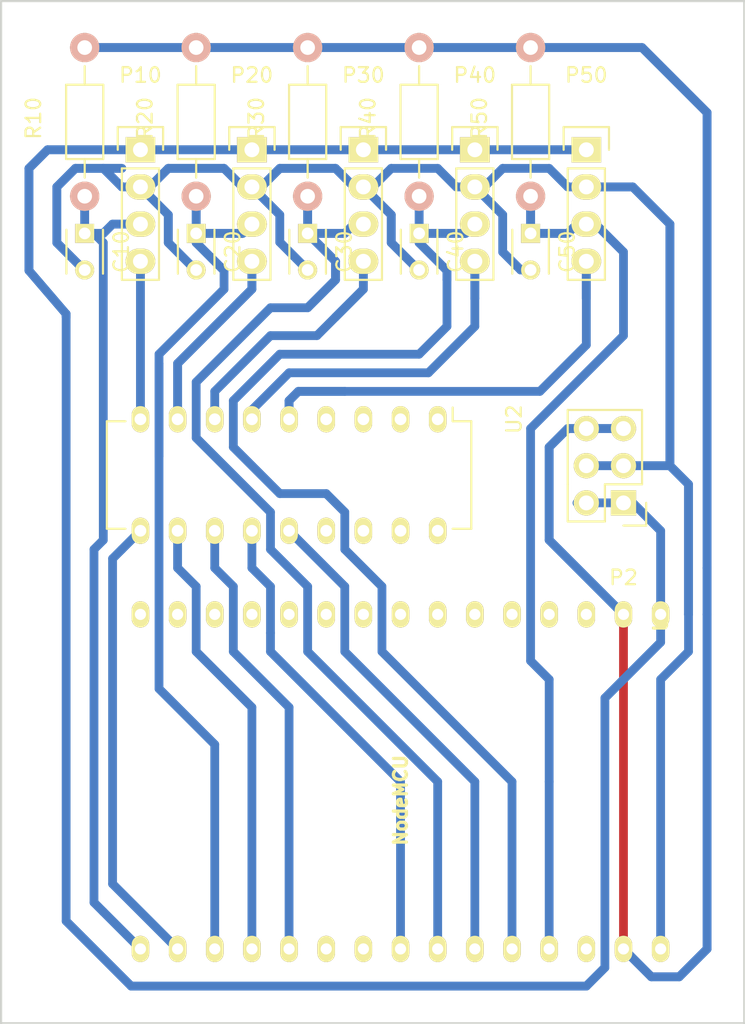
<source format=kicad_pcb>
(kicad_pcb (version 4) (host pcbnew 4.0.2-stable)

  (general
    (links 52)
    (no_connects 0)
    (area 77.394999 44.374999 128.345001 114.375001)
    (thickness 1.6)
    (drawings 4)
    (tracks 324)
    (zones 0)
    (modules 18)
    (nets 19)
  )

  (page A4)
  (layers
    (0 F.Cu signal hide)
    (31 B.Cu signal)
    (32 B.Adhes user)
    (33 F.Adhes user)
    (34 B.Paste user)
    (35 F.Paste user)
    (36 B.SilkS user)
    (37 F.SilkS user)
    (38 B.Mask user)
    (39 F.Mask user)
    (40 Dwgs.User user)
    (41 Cmts.User user)
    (42 Eco1.User user)
    (43 Eco2.User user)
    (44 Edge.Cuts user)
    (45 Margin user)
    (46 B.CrtYd user)
    (47 F.CrtYd user)
    (48 B.Fab user)
    (49 F.Fab user)
  )

  (setup
    (last_trace_width 0.6)
    (trace_clearance 0.3)
    (zone_clearance 0.508)
    (zone_45_only no)
    (trace_min 0.2)
    (segment_width 0.2)
    (edge_width 0.15)
    (via_size 0.6)
    (via_drill 0.4)
    (via_min_size 0.4)
    (via_min_drill 0.3)
    (uvia_size 0.3)
    (uvia_drill 0.1)
    (uvias_allowed no)
    (uvia_min_size 0)
    (uvia_min_drill 0)
    (pcb_text_width 0.3)
    (pcb_text_size 1.5 1.5)
    (mod_edge_width 0.15)
    (mod_text_size 1 1)
    (mod_text_width 0.15)
    (pad_size 1.524 1.524)
    (pad_drill 0.762)
    (pad_to_mask_clearance 0.2)
    (aux_axis_origin 0 0)
    (visible_elements FFFDFF7F)
    (pcbplotparams
      (layerselection 0x00030_80000001)
      (usegerberextensions false)
      (excludeedgelayer true)
      (linewidth 0.100000)
      (plotframeref false)
      (viasonmask false)
      (mode 1)
      (useauxorigin false)
      (hpglpennumber 1)
      (hpglpenspeed 20)
      (hpglpendiameter 15)
      (hpglpenoverlay 2)
      (psnegative false)
      (psa4output false)
      (plotreference true)
      (plotvalue true)
      (plotinvisibletext false)
      (padsonsilk false)
      (subtractmaskfromsilk false)
      (outputformat 1)
      (mirror false)
      (drillshape 1)
      (scaleselection 1)
      (outputdirectory ../../../../Desktop/pcb_pollzone/))
  )

  (net 0 "")
  (net 1 +3V3)
  (net 2 +5V)
  (net 3 GND)
  (net 4 /LED_1)
  (net 5 /LED_2)
  (net 6 /LED_3)
  (net 7 /LED_4)
  (net 8 /SWITCH_1)
  (net 9 /SWITCH_2)
  (net 10 /SWITCH_3)
  (net 11 /SWITCH_4)
  (net 12 /SWITCH_5)
  (net 13 /LED_5)
  (net 14 "Net-(U1-Pad17)")
  (net 15 "Net-(U1-Pad19)")
  (net 16 "Net-(U1-Pad20)")
  (net 17 "Net-(U1-Pad23)")
  (net 18 "Net-(U1-Pad25)")

  (net_class Default "This is the default net class."
    (clearance 0.3)
    (trace_width 0.6)
    (via_dia 0.6)
    (via_drill 0.4)
    (uvia_dia 0.3)
    (uvia_drill 0.1)
    (add_net +3V3)
    (add_net +5V)
    (add_net /LED_1)
    (add_net /LED_2)
    (add_net /LED_3)
    (add_net /LED_4)
    (add_net /LED_5)
    (add_net /SWITCH_1)
    (add_net /SWITCH_2)
    (add_net /SWITCH_3)
    (add_net /SWITCH_4)
    (add_net /SWITCH_5)
    (add_net GND)
    (add_net "Net-(U1-Pad17)")
    (add_net "Net-(U1-Pad19)")
    (add_net "Net-(U1-Pad20)")
    (add_net "Net-(U1-Pad23)")
    (add_net "Net-(U1-Pad25)")
  )

  (module nodemcu:ULN2803_oval_pads (layer F.Cu) (tedit 574B1B50) (tstamp 574034F9)
    (at 107.315 73.025 270)
    (descr "18-lead dip package, row spacing 7.62 mm (300 mils)")
    (tags "dil dip 2.54 300")
    (path /573FD560)
    (fp_text reference U2 (at 0 -5.22 270) (layer F.SilkS)
      (effects (font (size 1 1) (thickness 0.15)))
    )
    (fp_text value ULN2803 (at 0 -3.72 270) (layer F.Fab)
      (effects (font (size 1 1) (thickness 0.15)))
    )
    (fp_line (start -1.05 -2.45) (end -1.05 22.8) (layer F.CrtYd) (width 0.05))
    (fp_line (start 8.65 -2.45) (end 8.65 22.8) (layer F.CrtYd) (width 0.05))
    (fp_line (start -1.05 -2.45) (end 8.65 -2.45) (layer F.CrtYd) (width 0.05))
    (fp_line (start -1.05 22.8) (end 8.65 22.8) (layer F.CrtYd) (width 0.05))
    (fp_line (start 0.135 -2.295) (end 0.135 -1.025) (layer F.SilkS) (width 0.15))
    (fp_line (start 7.485 -2.295) (end 7.485 -1.025) (layer F.SilkS) (width 0.15))
    (fp_line (start 7.485 22.615) (end 7.485 21.345) (layer F.SilkS) (width 0.15))
    (fp_line (start 0.135 22.615) (end 0.135 21.345) (layer F.SilkS) (width 0.15))
    (fp_line (start 0.135 -2.295) (end 7.485 -2.295) (layer F.SilkS) (width 0.15))
    (fp_line (start 0.135 22.615) (end 7.485 22.615) (layer F.SilkS) (width 0.15))
    (fp_line (start 0.135 -1.025) (end -0.8 -1.025) (layer F.SilkS) (width 0.15))
    (pad 1 thru_hole oval (at 0 0 270) (size 1.8 1.2) (drill 0.8) (layers *.Cu *.Mask F.SilkS))
    (pad 2 thru_hole oval (at 0 2.54 270) (size 1.8 1.2) (drill 0.8) (layers *.Cu *.Mask F.SilkS))
    (pad 3 thru_hole oval (at 0 5.08 270) (size 1.8 1.2) (drill 0.8) (layers *.Cu *.Mask F.SilkS))
    (pad 4 thru_hole oval (at 0 7.62 270) (size 1.8 1.2) (drill 0.8) (layers *.Cu *.Mask F.SilkS))
    (pad 5 thru_hole oval (at 0 10.16 270) (size 1.8 1.2) (drill 0.8) (layers *.Cu *.Mask F.SilkS)
      (net 13 /LED_5))
    (pad 6 thru_hole oval (at 0 12.7 270) (size 1.8 1.2) (drill 0.8) (layers *.Cu *.Mask F.SilkS)
      (net 7 /LED_4))
    (pad 7 thru_hole oval (at 0 15.24 270) (size 1.8 1.2) (drill 0.8) (layers *.Cu *.Mask F.SilkS)
      (net 6 /LED_3))
    (pad 8 thru_hole oval (at 0 17.78 270) (size 1.8 1.2) (drill 0.8) (layers *.Cu *.Mask F.SilkS)
      (net 5 /LED_2))
    (pad 9 thru_hole oval (at 0 20.32 270) (size 1.8 1.2) (drill 0.8) (layers *.Cu *.Mask F.SilkS)
      (net 4 /LED_1))
    (pad 10 thru_hole oval (at 7.62 20.32 270) (size 1.8 1.2) (drill 0.8) (layers *.Cu *.Mask F.SilkS)
      (net 14 "Net-(U1-Pad17)"))
    (pad 11 thru_hole oval (at 7.62 17.78 270) (size 1.8 1.2) (drill 0.8) (layers *.Cu *.Mask F.SilkS)
      (net 15 "Net-(U1-Pad19)"))
    (pad 12 thru_hole oval (at 7.62 15.24 270) (size 1.8 1.2) (drill 0.8) (layers *.Cu *.Mask F.SilkS)
      (net 16 "Net-(U1-Pad20)"))
    (pad 13 thru_hole oval (at 7.62 12.7 270) (size 1.8 1.2) (drill 0.8) (layers *.Cu *.Mask F.SilkS)
      (net 17 "Net-(U1-Pad23)"))
    (pad 14 thru_hole oval (at 7.62 10.16 270) (size 1.8 1.2) (drill 0.8) (layers *.Cu *.Mask F.SilkS)
      (net 18 "Net-(U1-Pad25)"))
    (pad 15 thru_hole oval (at 7.62 7.62 270) (size 1.8 1.2) (drill 0.8) (layers *.Cu *.Mask F.SilkS))
    (pad 16 thru_hole oval (at 7.62 5.08 270) (size 1.8 1.2) (drill 0.8) (layers *.Cu *.Mask F.SilkS))
    (pad 17 thru_hole oval (at 7.62 2.54 270) (size 1.8 1.2) (drill 0.8) (layers *.Cu *.Mask F.SilkS))
    (pad 18 thru_hole oval (at 7.62 0 270) (size 1.8 1.2) (drill 0.8) (layers *.Cu *.Mask F.SilkS))
    (model Housings_DIP.3dshapes/DIP-18_W7.62mm.wrl
      (at (xyz 0 0 0))
      (scale (xyz 1 1 1))
      (rotate (xyz 0 0 0))
    )
  )

  (module nodemcu:NodeMCU_oval_pads (layer F.Cu) (tedit 574B1CB7) (tstamp 57496A94)
    (at 122.555 86.36 180)
    (path /57402C82)
    (fp_text reference U1 (at 0 -0.254 450) (layer F.SilkS)
      (effects (font (size 0.889 0.889) (thickness 0.3048)))
    )
    (fp_text value NodeMCU (at 17.78 -12.7 450) (layer F.SilkS)
      (effects (font (size 0.889 0.889) (thickness 0.3048)))
    )
    (fp_line (start 0 0) (end 0 0) (layer F.SilkS) (width 0.3048))
    (fp_line (start 0 0) (end 0 0) (layer F.SilkS) (width 0.3048))
    (fp_line (start 0 0) (end 0 0) (layer F.SilkS) (width 0.3048))
    (fp_line (start 0 0) (end 0 0) (layer F.SilkS) (width 0.3048))
    (pad 1 thru_hole oval (at 0 0) (size 1.2 1.8) (drill 0.762) (layers *.Cu *.Mask F.SilkS)
      (net 2 +5V))
    (pad 2 thru_hole oval (at 2.54 0) (size 1.2 1.8) (drill 0.762) (layers *.Cu *.Mask F.SilkS)
      (net 3 GND))
    (pad 3 thru_hole oval (at 5.08 0) (size 1.2 1.8) (drill 0.762) (layers *.Cu *.Mask F.SilkS))
    (pad 4 thru_hole oval (at 7.62 0) (size 1.2 1.8) (drill 0.762) (layers *.Cu *.Mask F.SilkS))
    (pad 5 thru_hole oval (at 10.16 0) (size 1.2 1.8) (drill 0.762) (layers *.Cu *.Mask F.SilkS))
    (pad 6 thru_hole oval (at 12.7 0) (size 1.2 1.8) (drill 0.762) (layers *.Cu *.Mask F.SilkS))
    (pad 7 thru_hole oval (at 15.24 0) (size 1.2 1.8) (drill 0.762) (layers *.Cu *.Mask F.SilkS))
    (pad 8 thru_hole oval (at 17.78 0) (size 1.2 1.8) (drill 0.762) (layers *.Cu *.Mask F.SilkS))
    (pad 9 thru_hole oval (at 20.32 0) (size 1.2 1.8) (drill 0.762) (layers *.Cu *.Mask F.SilkS))
    (pad 10 thru_hole oval (at 22.86 0) (size 1.2 1.8) (drill 0.762) (layers *.Cu *.Mask F.SilkS))
    (pad 11 thru_hole oval (at 25.4 0) (size 1.2 1.8) (drill 0.762) (layers *.Cu *.Mask F.SilkS))
    (pad 12 thru_hole oval (at 27.94 0) (size 1.2 1.8) (drill 0.762) (layers *.Cu *.Mask F.SilkS))
    (pad 13 thru_hole oval (at 30.48 0) (size 1.2 1.8) (drill 0.762) (layers *.Cu *.Mask F.SilkS))
    (pad 14 thru_hole oval (at 33.02 0) (size 1.2 1.8) (drill 0.762) (layers *.Cu *.Mask F.SilkS))
    (pad 15 thru_hole oval (at 35.56 0) (size 1.2 1.8) (drill 0.762) (layers *.Cu *.Mask F.SilkS))
    (pad 16 thru_hole oval (at 35.56 -22.86) (size 1.2 1.8) (drill 0.762) (layers *.Cu *.Mask F.SilkS)
      (net 8 /SWITCH_1))
    (pad 17 thru_hole oval (at 33.02 -22.86) (size 1.2 1.8) (drill 0.762) (layers *.Cu *.Mask F.SilkS)
      (net 14 "Net-(U1-Pad17)"))
    (pad 18 thru_hole oval (at 30.48 -22.86) (size 1.2 1.8) (drill 0.762) (layers *.Cu *.Mask F.SilkS)
      (net 9 /SWITCH_2))
    (pad 19 thru_hole oval (at 27.94 -22.86) (size 1.2 1.8) (drill 0.762) (layers *.Cu *.Mask F.SilkS)
      (net 15 "Net-(U1-Pad19)"))
    (pad 20 thru_hole oval (at 25.4 -22.86) (size 1.2 1.8) (drill 0.762) (layers *.Cu *.Mask F.SilkS)
      (net 16 "Net-(U1-Pad20)"))
    (pad 21 thru_hole oval (at 22.86 -22.86) (size 1.2 1.8) (drill 0.762) (layers *.Cu *.Mask F.SilkS))
    (pad 22 thru_hole oval (at 20.32 -22.86) (size 1.2 1.8) (drill 0.762) (layers *.Cu *.Mask F.SilkS))
    (pad 23 thru_hole oval (at 17.78 -22.86) (size 1.2 1.8) (drill 0.762) (layers *.Cu *.Mask F.SilkS)
      (net 17 "Net-(U1-Pad23)"))
    (pad 24 thru_hole oval (at 15.24 -22.86) (size 1.2 1.8) (drill 0.762) (layers *.Cu *.Mask F.SilkS)
      (net 10 /SWITCH_3))
    (pad 25 thru_hole oval (at 12.7 -22.86) (size 1.2 1.8) (drill 0.762) (layers *.Cu *.Mask F.SilkS)
      (net 18 "Net-(U1-Pad25)"))
    (pad 26 thru_hole oval (at 10.16 -22.86) (size 1.2 1.8) (drill 0.762) (layers *.Cu *.Mask F.SilkS)
      (net 11 /SWITCH_4))
    (pad 27 thru_hole oval (at 7.62 -22.86) (size 1.2 1.8) (drill 0.762) (layers *.Cu *.Mask F.SilkS)
      (net 12 /SWITCH_5))
    (pad 28 thru_hole oval (at 5.08 -22.86) (size 1.2 1.8) (drill 0.762) (layers *.Cu *.Mask F.SilkS))
    (pad 29 thru_hole oval (at 2.54 -22.86) (size 1.2 1.8) (drill 0.762) (layers *.Cu *.Mask F.SilkS)
      (net 3 GND))
    (pad 30 thru_hole oval (at 0 -22.86) (size 1.2 1.8) (drill 0.762) (layers *.Cu *.Mask F.SilkS)
      (net 1 +3V3))
  )

  (module Capacitors_ThroughHole:C_Disc_D3_P2.5 (layer F.Cu) (tedit 0) (tstamp 5740374D)
    (at 113.665 60.325 270)
    (descr "Capacitor 3mm Disc, Pitch 2.5mm")
    (tags Capacitor)
    (path /573F8896)
    (fp_text reference C50 (at 1.25 -2.5 270) (layer F.SilkS)
      (effects (font (size 1 1) (thickness 0.15)))
    )
    (fp_text value 100n (at 1.25 2.5 270) (layer F.Fab)
      (effects (font (size 1 1) (thickness 0.15)))
    )
    (fp_line (start -0.9 -1.5) (end 3.4 -1.5) (layer F.CrtYd) (width 0.05))
    (fp_line (start 3.4 -1.5) (end 3.4 1.5) (layer F.CrtYd) (width 0.05))
    (fp_line (start 3.4 1.5) (end -0.9 1.5) (layer F.CrtYd) (width 0.05))
    (fp_line (start -0.9 1.5) (end -0.9 -1.5) (layer F.CrtYd) (width 0.05))
    (fp_line (start -0.25 -1.25) (end 2.75 -1.25) (layer F.SilkS) (width 0.15))
    (fp_line (start 2.75 1.25) (end -0.25 1.25) (layer F.SilkS) (width 0.15))
    (pad 1 thru_hole rect (at 0 0 270) (size 1.3 1.3) (drill 0.8) (layers *.Cu *.Mask F.SilkS)
      (net 12 /SWITCH_5))
    (pad 2 thru_hole circle (at 2.5 0 270) (size 1.3 1.3) (drill 0.8001) (layers *.Cu *.Mask F.SilkS)
      (net 1 +3V3))
    (model Capacitors_ThroughHole.3dshapes/C_Disc_D3_P2.5.wrl
      (at (xyz 0.0492126 0 0))
      (scale (xyz 1 1 1))
      (rotate (xyz 0 0 0))
    )
  )

  (module Capacitors_ThroughHole:C_Disc_D3_P2.5 (layer F.Cu) (tedit 0) (tstamp 57403747)
    (at 106.045 60.325 270)
    (descr "Capacitor 3mm Disc, Pitch 2.5mm")
    (tags Capacitor)
    (path /573F8566)
    (fp_text reference C40 (at 1.25 -2.5 270) (layer F.SilkS)
      (effects (font (size 1 1) (thickness 0.15)))
    )
    (fp_text value 100n (at 1.25 2.5 270) (layer F.Fab)
      (effects (font (size 1 1) (thickness 0.15)))
    )
    (fp_line (start -0.9 -1.5) (end 3.4 -1.5) (layer F.CrtYd) (width 0.05))
    (fp_line (start 3.4 -1.5) (end 3.4 1.5) (layer F.CrtYd) (width 0.05))
    (fp_line (start 3.4 1.5) (end -0.9 1.5) (layer F.CrtYd) (width 0.05))
    (fp_line (start -0.9 1.5) (end -0.9 -1.5) (layer F.CrtYd) (width 0.05))
    (fp_line (start -0.25 -1.25) (end 2.75 -1.25) (layer F.SilkS) (width 0.15))
    (fp_line (start 2.75 1.25) (end -0.25 1.25) (layer F.SilkS) (width 0.15))
    (pad 1 thru_hole rect (at 0 0 270) (size 1.3 1.3) (drill 0.8) (layers *.Cu *.Mask F.SilkS)
      (net 11 /SWITCH_4))
    (pad 2 thru_hole circle (at 2.5 0 270) (size 1.3 1.3) (drill 0.8001) (layers *.Cu *.Mask F.SilkS)
      (net 1 +3V3))
    (model Capacitors_ThroughHole.3dshapes/C_Disc_D3_P2.5.wrl
      (at (xyz 0.0492126 0 0))
      (scale (xyz 1 1 1))
      (rotate (xyz 0 0 0))
    )
  )

  (module Capacitors_ThroughHole:C_Disc_D3_P2.5 (layer F.Cu) (tedit 0) (tstamp 57403741)
    (at 98.425 60.325 270)
    (descr "Capacitor 3mm Disc, Pitch 2.5mm")
    (tags Capacitor)
    (path /573F7D27)
    (fp_text reference C30 (at 1.25 -2.5 270) (layer F.SilkS)
      (effects (font (size 1 1) (thickness 0.15)))
    )
    (fp_text value 100n (at 1.25 2.5 270) (layer F.Fab)
      (effects (font (size 1 1) (thickness 0.15)))
    )
    (fp_line (start -0.9 -1.5) (end 3.4 -1.5) (layer F.CrtYd) (width 0.05))
    (fp_line (start 3.4 -1.5) (end 3.4 1.5) (layer F.CrtYd) (width 0.05))
    (fp_line (start 3.4 1.5) (end -0.9 1.5) (layer F.CrtYd) (width 0.05))
    (fp_line (start -0.9 1.5) (end -0.9 -1.5) (layer F.CrtYd) (width 0.05))
    (fp_line (start -0.25 -1.25) (end 2.75 -1.25) (layer F.SilkS) (width 0.15))
    (fp_line (start 2.75 1.25) (end -0.25 1.25) (layer F.SilkS) (width 0.15))
    (pad 1 thru_hole rect (at 0 0 270) (size 1.3 1.3) (drill 0.8) (layers *.Cu *.Mask F.SilkS)
      (net 10 /SWITCH_3))
    (pad 2 thru_hole circle (at 2.5 0 270) (size 1.3 1.3) (drill 0.8001) (layers *.Cu *.Mask F.SilkS)
      (net 1 +3V3))
    (model Capacitors_ThroughHole.3dshapes/C_Disc_D3_P2.5.wrl
      (at (xyz 0.0492126 0 0))
      (scale (xyz 1 1 1))
      (rotate (xyz 0 0 0))
    )
  )

  (module Capacitors_ThroughHole:C_Disc_D3_P2.5 (layer F.Cu) (tedit 0) (tstamp 5740373B)
    (at 90.805 60.325 270)
    (descr "Capacitor 3mm Disc, Pitch 2.5mm")
    (tags Capacitor)
    (path /573F7C70)
    (fp_text reference C20 (at 1.25 -2.5 270) (layer F.SilkS)
      (effects (font (size 1 1) (thickness 0.15)))
    )
    (fp_text value 100n (at 1.25 2.5 270) (layer F.Fab)
      (effects (font (size 1 1) (thickness 0.15)))
    )
    (fp_line (start -0.9 -1.5) (end 3.4 -1.5) (layer F.CrtYd) (width 0.05))
    (fp_line (start 3.4 -1.5) (end 3.4 1.5) (layer F.CrtYd) (width 0.05))
    (fp_line (start 3.4 1.5) (end -0.9 1.5) (layer F.CrtYd) (width 0.05))
    (fp_line (start -0.9 1.5) (end -0.9 -1.5) (layer F.CrtYd) (width 0.05))
    (fp_line (start -0.25 -1.25) (end 2.75 -1.25) (layer F.SilkS) (width 0.15))
    (fp_line (start 2.75 1.25) (end -0.25 1.25) (layer F.SilkS) (width 0.15))
    (pad 1 thru_hole rect (at 0 0 270) (size 1.3 1.3) (drill 0.8) (layers *.Cu *.Mask F.SilkS)
      (net 9 /SWITCH_2))
    (pad 2 thru_hole circle (at 2.5 0 270) (size 1.3 1.3) (drill 0.8001) (layers *.Cu *.Mask F.SilkS)
      (net 1 +3V3))
    (model Capacitors_ThroughHole.3dshapes/C_Disc_D3_P2.5.wrl
      (at (xyz 0.0492126 0 0))
      (scale (xyz 1 1 1))
      (rotate (xyz 0 0 0))
    )
  )

  (module Capacitors_ThroughHole:C_Disc_D3_P2.5 (layer F.Cu) (tedit 0) (tstamp 57403266)
    (at 83.185 60.325 270)
    (descr "Capacitor 3mm Disc, Pitch 2.5mm")
    (tags Capacitor)
    (path /565CBA55)
    (fp_text reference C10 (at 1.25 -2.5 270) (layer F.SilkS)
      (effects (font (size 1 1) (thickness 0.15)))
    )
    (fp_text value 100n (at 1.25 2.5 270) (layer F.Fab)
      (effects (font (size 1 1) (thickness 0.15)))
    )
    (fp_line (start -0.9 -1.5) (end 3.4 -1.5) (layer F.CrtYd) (width 0.05))
    (fp_line (start 3.4 -1.5) (end 3.4 1.5) (layer F.CrtYd) (width 0.05))
    (fp_line (start 3.4 1.5) (end -0.9 1.5) (layer F.CrtYd) (width 0.05))
    (fp_line (start -0.9 1.5) (end -0.9 -1.5) (layer F.CrtYd) (width 0.05))
    (fp_line (start -0.25 -1.25) (end 2.75 -1.25) (layer F.SilkS) (width 0.15))
    (fp_line (start 2.75 1.25) (end -0.25 1.25) (layer F.SilkS) (width 0.15))
    (pad 1 thru_hole rect (at 0 0 270) (size 1.3 1.3) (drill 0.8) (layers *.Cu *.Mask F.SilkS)
      (net 8 /SWITCH_1))
    (pad 2 thru_hole circle (at 2.5 0 270) (size 1.3 1.3) (drill 0.8001) (layers *.Cu *.Mask F.SilkS)
      (net 1 +3V3))
    (model Capacitors_ThroughHole.3dshapes/C_Disc_D3_P2.5.wrl
      (at (xyz 0.0492126 0 0))
      (scale (xyz 1 1 1))
      (rotate (xyz 0 0 0))
    )
  )

  (module Resistors_ThroughHole:Resistor_Horizontal_RM10mm (layer F.Cu) (tedit 53F56209) (tstamp 57403797)
    (at 113.665 52.705 90)
    (descr "Resistor, Axial,  RM 10mm, 1/3W,")
    (tags "Resistor, Axial, RM 10mm, 1/3W,")
    (path /573F8890)
    (fp_text reference R50 (at 0.24892 -3.50012 90) (layer F.SilkS)
      (effects (font (size 1 1) (thickness 0.15)))
    )
    (fp_text value 10k (at 3.81 3.81 90) (layer F.Fab)
      (effects (font (size 1 1) (thickness 0.15)))
    )
    (fp_line (start -2.54 -1.27) (end 2.54 -1.27) (layer F.SilkS) (width 0.15))
    (fp_line (start 2.54 -1.27) (end 2.54 1.27) (layer F.SilkS) (width 0.15))
    (fp_line (start 2.54 1.27) (end -2.54 1.27) (layer F.SilkS) (width 0.15))
    (fp_line (start -2.54 1.27) (end -2.54 -1.27) (layer F.SilkS) (width 0.15))
    (fp_line (start -2.54 0) (end -3.81 0) (layer F.SilkS) (width 0.15))
    (fp_line (start 2.54 0) (end 3.81 0) (layer F.SilkS) (width 0.15))
    (pad 1 thru_hole circle (at -5.08 0 90) (size 1.99898 1.99898) (drill 1.00076) (layers *.Cu *.SilkS *.Mask)
      (net 12 /SWITCH_5))
    (pad 2 thru_hole circle (at 5.08 0 90) (size 1.99898 1.99898) (drill 1.00076) (layers *.Cu *.SilkS *.Mask)
      (net 3 GND))
    (model Resistors_ThroughHole.3dshapes/Resistor_Horizontal_RM10mm.wrl
      (at (xyz 0 0 0))
      (scale (xyz 0.4 0.4 0.4))
      (rotate (xyz 0 0 0))
    )
  )

  (module Resistors_ThroughHole:Resistor_Horizontal_RM10mm (layer F.Cu) (tedit 53F56209) (tstamp 57403791)
    (at 106.045 52.705 90)
    (descr "Resistor, Axial,  RM 10mm, 1/3W,")
    (tags "Resistor, Axial, RM 10mm, 1/3W,")
    (path /573F8560)
    (fp_text reference R40 (at 0.24892 -3.50012 90) (layer F.SilkS)
      (effects (font (size 1 1) (thickness 0.15)))
    )
    (fp_text value 10k (at 3.81 3.81 90) (layer F.Fab)
      (effects (font (size 1 1) (thickness 0.15)))
    )
    (fp_line (start -2.54 -1.27) (end 2.54 -1.27) (layer F.SilkS) (width 0.15))
    (fp_line (start 2.54 -1.27) (end 2.54 1.27) (layer F.SilkS) (width 0.15))
    (fp_line (start 2.54 1.27) (end -2.54 1.27) (layer F.SilkS) (width 0.15))
    (fp_line (start -2.54 1.27) (end -2.54 -1.27) (layer F.SilkS) (width 0.15))
    (fp_line (start -2.54 0) (end -3.81 0) (layer F.SilkS) (width 0.15))
    (fp_line (start 2.54 0) (end 3.81 0) (layer F.SilkS) (width 0.15))
    (pad 1 thru_hole circle (at -5.08 0 90) (size 1.99898 1.99898) (drill 1.00076) (layers *.Cu *.SilkS *.Mask)
      (net 11 /SWITCH_4))
    (pad 2 thru_hole circle (at 5.08 0 90) (size 1.99898 1.99898) (drill 1.00076) (layers *.Cu *.SilkS *.Mask)
      (net 3 GND))
    (model Resistors_ThroughHole.3dshapes/Resistor_Horizontal_RM10mm.wrl
      (at (xyz 0 0 0))
      (scale (xyz 0.4 0.4 0.4))
      (rotate (xyz 0 0 0))
    )
  )

  (module Resistors_ThroughHole:Resistor_Horizontal_RM10mm (layer F.Cu) (tedit 53F56209) (tstamp 5740378B)
    (at 98.425 52.705 90)
    (descr "Resistor, Axial,  RM 10mm, 1/3W,")
    (tags "Resistor, Axial, RM 10mm, 1/3W,")
    (path /573F7D21)
    (fp_text reference R30 (at 0.24892 -3.50012 90) (layer F.SilkS)
      (effects (font (size 1 1) (thickness 0.15)))
    )
    (fp_text value 10k (at 3.81 3.81 90) (layer F.Fab)
      (effects (font (size 1 1) (thickness 0.15)))
    )
    (fp_line (start -2.54 -1.27) (end 2.54 -1.27) (layer F.SilkS) (width 0.15))
    (fp_line (start 2.54 -1.27) (end 2.54 1.27) (layer F.SilkS) (width 0.15))
    (fp_line (start 2.54 1.27) (end -2.54 1.27) (layer F.SilkS) (width 0.15))
    (fp_line (start -2.54 1.27) (end -2.54 -1.27) (layer F.SilkS) (width 0.15))
    (fp_line (start -2.54 0) (end -3.81 0) (layer F.SilkS) (width 0.15))
    (fp_line (start 2.54 0) (end 3.81 0) (layer F.SilkS) (width 0.15))
    (pad 1 thru_hole circle (at -5.08 0 90) (size 1.99898 1.99898) (drill 1.00076) (layers *.Cu *.SilkS *.Mask)
      (net 10 /SWITCH_3))
    (pad 2 thru_hole circle (at 5.08 0 90) (size 1.99898 1.99898) (drill 1.00076) (layers *.Cu *.SilkS *.Mask)
      (net 3 GND))
    (model Resistors_ThroughHole.3dshapes/Resistor_Horizontal_RM10mm.wrl
      (at (xyz 0 0 0))
      (scale (xyz 0.4 0.4 0.4))
      (rotate (xyz 0 0 0))
    )
  )

  (module Resistors_ThroughHole:Resistor_Horizontal_RM10mm (layer F.Cu) (tedit 53F56209) (tstamp 574032B6)
    (at 83.185 52.705 90)
    (descr "Resistor, Axial,  RM 10mm, 1/3W,")
    (tags "Resistor, Axial, RM 10mm, 1/3W,")
    (path /565CB6A0)
    (fp_text reference R10 (at 0.24892 -3.50012 90) (layer F.SilkS)
      (effects (font (size 1 1) (thickness 0.15)))
    )
    (fp_text value 10k (at 3.81 3.81 90) (layer F.Fab)
      (effects (font (size 1 1) (thickness 0.15)))
    )
    (fp_line (start -2.54 -1.27) (end 2.54 -1.27) (layer F.SilkS) (width 0.15))
    (fp_line (start 2.54 -1.27) (end 2.54 1.27) (layer F.SilkS) (width 0.15))
    (fp_line (start 2.54 1.27) (end -2.54 1.27) (layer F.SilkS) (width 0.15))
    (fp_line (start -2.54 1.27) (end -2.54 -1.27) (layer F.SilkS) (width 0.15))
    (fp_line (start -2.54 0) (end -3.81 0) (layer F.SilkS) (width 0.15))
    (fp_line (start 2.54 0) (end 3.81 0) (layer F.SilkS) (width 0.15))
    (pad 1 thru_hole circle (at -5.08 0 90) (size 1.99898 1.99898) (drill 1.00076) (layers *.Cu *.SilkS *.Mask)
      (net 8 /SWITCH_1))
    (pad 2 thru_hole circle (at 5.08 0 90) (size 1.99898 1.99898) (drill 1.00076) (layers *.Cu *.SilkS *.Mask)
      (net 3 GND))
    (model Resistors_ThroughHole.3dshapes/Resistor_Horizontal_RM10mm.wrl
      (at (xyz 0 0 0))
      (scale (xyz 0.4 0.4 0.4))
      (rotate (xyz 0 0 0))
    )
  )

  (module Resistors_ThroughHole:Resistor_Horizontal_RM10mm (layer F.Cu) (tedit 53F56209) (tstamp 57403785)
    (at 90.805 52.705 90)
    (descr "Resistor, Axial,  RM 10mm, 1/3W,")
    (tags "Resistor, Axial, RM 10mm, 1/3W,")
    (path /573F7C6A)
    (fp_text reference R20 (at 0.24892 -3.50012 90) (layer F.SilkS)
      (effects (font (size 1 1) (thickness 0.15)))
    )
    (fp_text value 10k (at 3.81 3.81 90) (layer F.Fab)
      (effects (font (size 1 1) (thickness 0.15)))
    )
    (fp_line (start -2.54 -1.27) (end 2.54 -1.27) (layer F.SilkS) (width 0.15))
    (fp_line (start 2.54 -1.27) (end 2.54 1.27) (layer F.SilkS) (width 0.15))
    (fp_line (start 2.54 1.27) (end -2.54 1.27) (layer F.SilkS) (width 0.15))
    (fp_line (start -2.54 1.27) (end -2.54 -1.27) (layer F.SilkS) (width 0.15))
    (fp_line (start -2.54 0) (end -3.81 0) (layer F.SilkS) (width 0.15))
    (fp_line (start 2.54 0) (end 3.81 0) (layer F.SilkS) (width 0.15))
    (pad 1 thru_hole circle (at -5.08 0 90) (size 1.99898 1.99898) (drill 1.00076) (layers *.Cu *.SilkS *.Mask)
      (net 9 /SWITCH_2))
    (pad 2 thru_hole circle (at 5.08 0 90) (size 1.99898 1.99898) (drill 1.00076) (layers *.Cu *.SilkS *.Mask)
      (net 3 GND))
    (model Resistors_ThroughHole.3dshapes/Resistor_Horizontal_RM10mm.wrl
      (at (xyz 0 0 0))
      (scale (xyz 0.4 0.4 0.4))
      (rotate (xyz 0 0 0))
    )
  )

  (module Pin_Headers:Pin_Header_Straight_1x04 (layer F.Cu) (tedit 0) (tstamp 5740377F)
    (at 117.475 54.61)
    (descr "Through hole pin header")
    (tags "pin header")
    (path /573F88AB)
    (fp_text reference P50 (at 0 -5.1) (layer F.SilkS)
      (effects (font (size 1 1) (thickness 0.15)))
    )
    (fp_text value CONN_01X04 (at 0 -3.1) (layer F.Fab)
      (effects (font (size 1 1) (thickness 0.15)))
    )
    (fp_line (start -1.75 -1.75) (end -1.75 9.4) (layer F.CrtYd) (width 0.05))
    (fp_line (start 1.75 -1.75) (end 1.75 9.4) (layer F.CrtYd) (width 0.05))
    (fp_line (start -1.75 -1.75) (end 1.75 -1.75) (layer F.CrtYd) (width 0.05))
    (fp_line (start -1.75 9.4) (end 1.75 9.4) (layer F.CrtYd) (width 0.05))
    (fp_line (start -1.27 1.27) (end -1.27 8.89) (layer F.SilkS) (width 0.15))
    (fp_line (start 1.27 1.27) (end 1.27 8.89) (layer F.SilkS) (width 0.15))
    (fp_line (start 1.55 -1.55) (end 1.55 0) (layer F.SilkS) (width 0.15))
    (fp_line (start -1.27 8.89) (end 1.27 8.89) (layer F.SilkS) (width 0.15))
    (fp_line (start 1.27 1.27) (end -1.27 1.27) (layer F.SilkS) (width 0.15))
    (fp_line (start -1.55 0) (end -1.55 -1.55) (layer F.SilkS) (width 0.15))
    (fp_line (start -1.55 -1.55) (end 1.55 -1.55) (layer F.SilkS) (width 0.15))
    (pad 1 thru_hole rect (at 0 0) (size 2.032 1.7272) (drill 1.016) (layers *.Cu *.Mask F.SilkS)
      (net 2 +5V))
    (pad 2 thru_hole oval (at 0 2.54) (size 2.032 1.7272) (drill 1.016) (layers *.Cu *.Mask F.SilkS)
      (net 1 +3V3))
    (pad 3 thru_hole oval (at 0 5.08) (size 2.032 1.7272) (drill 1.016) (layers *.Cu *.Mask F.SilkS)
      (net 12 /SWITCH_5))
    (pad 4 thru_hole oval (at 0 7.62) (size 2.032 1.7272) (drill 1.016) (layers *.Cu *.Mask F.SilkS)
      (net 13 /LED_5))
    (model Pin_Headers.3dshapes/Pin_Header_Straight_1x04.wrl
      (at (xyz 0 -0.15 0))
      (scale (xyz 1 1 1))
      (rotate (xyz 0 0 90))
    )
  )

  (module Pin_Headers:Pin_Header_Straight_1x04 (layer F.Cu) (tedit 0) (tstamp 57403777)
    (at 109.855 54.61)
    (descr "Through hole pin header")
    (tags "pin header")
    (path /573F857B)
    (fp_text reference P40 (at 0 -5.1) (layer F.SilkS)
      (effects (font (size 1 1) (thickness 0.15)))
    )
    (fp_text value CONN_01X04 (at 0 -3.1) (layer F.Fab)
      (effects (font (size 1 1) (thickness 0.15)))
    )
    (fp_line (start -1.75 -1.75) (end -1.75 9.4) (layer F.CrtYd) (width 0.05))
    (fp_line (start 1.75 -1.75) (end 1.75 9.4) (layer F.CrtYd) (width 0.05))
    (fp_line (start -1.75 -1.75) (end 1.75 -1.75) (layer F.CrtYd) (width 0.05))
    (fp_line (start -1.75 9.4) (end 1.75 9.4) (layer F.CrtYd) (width 0.05))
    (fp_line (start -1.27 1.27) (end -1.27 8.89) (layer F.SilkS) (width 0.15))
    (fp_line (start 1.27 1.27) (end 1.27 8.89) (layer F.SilkS) (width 0.15))
    (fp_line (start 1.55 -1.55) (end 1.55 0) (layer F.SilkS) (width 0.15))
    (fp_line (start -1.27 8.89) (end 1.27 8.89) (layer F.SilkS) (width 0.15))
    (fp_line (start 1.27 1.27) (end -1.27 1.27) (layer F.SilkS) (width 0.15))
    (fp_line (start -1.55 0) (end -1.55 -1.55) (layer F.SilkS) (width 0.15))
    (fp_line (start -1.55 -1.55) (end 1.55 -1.55) (layer F.SilkS) (width 0.15))
    (pad 1 thru_hole rect (at 0 0) (size 2.032 1.7272) (drill 1.016) (layers *.Cu *.Mask F.SilkS)
      (net 2 +5V))
    (pad 2 thru_hole oval (at 0 2.54) (size 2.032 1.7272) (drill 1.016) (layers *.Cu *.Mask F.SilkS)
      (net 1 +3V3))
    (pad 3 thru_hole oval (at 0 5.08) (size 2.032 1.7272) (drill 1.016) (layers *.Cu *.Mask F.SilkS)
      (net 11 /SWITCH_4))
    (pad 4 thru_hole oval (at 0 7.62) (size 2.032 1.7272) (drill 1.016) (layers *.Cu *.Mask F.SilkS)
      (net 7 /LED_4))
    (model Pin_Headers.3dshapes/Pin_Header_Straight_1x04.wrl
      (at (xyz 0 -0.15 0))
      (scale (xyz 1 1 1))
      (rotate (xyz 0 0 90))
    )
  )

  (module Pin_Headers:Pin_Header_Straight_1x04 (layer F.Cu) (tedit 0) (tstamp 5740376F)
    (at 102.235 54.61)
    (descr "Through hole pin header")
    (tags "pin header")
    (path /573F7D3A)
    (fp_text reference P30 (at 0 -5.1) (layer F.SilkS)
      (effects (font (size 1 1) (thickness 0.15)))
    )
    (fp_text value CONN_01X04 (at 0 -3.1) (layer F.Fab)
      (effects (font (size 1 1) (thickness 0.15)))
    )
    (fp_line (start -1.75 -1.75) (end -1.75 9.4) (layer F.CrtYd) (width 0.05))
    (fp_line (start 1.75 -1.75) (end 1.75 9.4) (layer F.CrtYd) (width 0.05))
    (fp_line (start -1.75 -1.75) (end 1.75 -1.75) (layer F.CrtYd) (width 0.05))
    (fp_line (start -1.75 9.4) (end 1.75 9.4) (layer F.CrtYd) (width 0.05))
    (fp_line (start -1.27 1.27) (end -1.27 8.89) (layer F.SilkS) (width 0.15))
    (fp_line (start 1.27 1.27) (end 1.27 8.89) (layer F.SilkS) (width 0.15))
    (fp_line (start 1.55 -1.55) (end 1.55 0) (layer F.SilkS) (width 0.15))
    (fp_line (start -1.27 8.89) (end 1.27 8.89) (layer F.SilkS) (width 0.15))
    (fp_line (start 1.27 1.27) (end -1.27 1.27) (layer F.SilkS) (width 0.15))
    (fp_line (start -1.55 0) (end -1.55 -1.55) (layer F.SilkS) (width 0.15))
    (fp_line (start -1.55 -1.55) (end 1.55 -1.55) (layer F.SilkS) (width 0.15))
    (pad 1 thru_hole rect (at 0 0) (size 2.032 1.7272) (drill 1.016) (layers *.Cu *.Mask F.SilkS)
      (net 2 +5V))
    (pad 2 thru_hole oval (at 0 2.54) (size 2.032 1.7272) (drill 1.016) (layers *.Cu *.Mask F.SilkS)
      (net 1 +3V3))
    (pad 3 thru_hole oval (at 0 5.08) (size 2.032 1.7272) (drill 1.016) (layers *.Cu *.Mask F.SilkS)
      (net 10 /SWITCH_3))
    (pad 4 thru_hole oval (at 0 7.62) (size 2.032 1.7272) (drill 1.016) (layers *.Cu *.Mask F.SilkS)
      (net 6 /LED_3))
    (model Pin_Headers.3dshapes/Pin_Header_Straight_1x04.wrl
      (at (xyz 0 -0.15 0))
      (scale (xyz 1 1 1))
      (rotate (xyz 0 0 90))
    )
  )

  (module Pin_Headers:Pin_Header_Straight_1x04 (layer F.Cu) (tedit 0) (tstamp 57403767)
    (at 94.615 54.61)
    (descr "Through hole pin header")
    (tags "pin header")
    (path /573F7C83)
    (fp_text reference P20 (at 0 -5.1) (layer F.SilkS)
      (effects (font (size 1 1) (thickness 0.15)))
    )
    (fp_text value CONN_01X04 (at 0 -3.1) (layer F.Fab)
      (effects (font (size 1 1) (thickness 0.15)))
    )
    (fp_line (start -1.75 -1.75) (end -1.75 9.4) (layer F.CrtYd) (width 0.05))
    (fp_line (start 1.75 -1.75) (end 1.75 9.4) (layer F.CrtYd) (width 0.05))
    (fp_line (start -1.75 -1.75) (end 1.75 -1.75) (layer F.CrtYd) (width 0.05))
    (fp_line (start -1.75 9.4) (end 1.75 9.4) (layer F.CrtYd) (width 0.05))
    (fp_line (start -1.27 1.27) (end -1.27 8.89) (layer F.SilkS) (width 0.15))
    (fp_line (start 1.27 1.27) (end 1.27 8.89) (layer F.SilkS) (width 0.15))
    (fp_line (start 1.55 -1.55) (end 1.55 0) (layer F.SilkS) (width 0.15))
    (fp_line (start -1.27 8.89) (end 1.27 8.89) (layer F.SilkS) (width 0.15))
    (fp_line (start 1.27 1.27) (end -1.27 1.27) (layer F.SilkS) (width 0.15))
    (fp_line (start -1.55 0) (end -1.55 -1.55) (layer F.SilkS) (width 0.15))
    (fp_line (start -1.55 -1.55) (end 1.55 -1.55) (layer F.SilkS) (width 0.15))
    (pad 1 thru_hole rect (at 0 0) (size 2.032 1.7272) (drill 1.016) (layers *.Cu *.Mask F.SilkS)
      (net 2 +5V))
    (pad 2 thru_hole oval (at 0 2.54) (size 2.032 1.7272) (drill 1.016) (layers *.Cu *.Mask F.SilkS)
      (net 1 +3V3))
    (pad 3 thru_hole oval (at 0 5.08) (size 2.032 1.7272) (drill 1.016) (layers *.Cu *.Mask F.SilkS)
      (net 9 /SWITCH_2))
    (pad 4 thru_hole oval (at 0 7.62) (size 2.032 1.7272) (drill 1.016) (layers *.Cu *.Mask F.SilkS)
      (net 5 /LED_2))
    (model Pin_Headers.3dshapes/Pin_Header_Straight_1x04.wrl
      (at (xyz 0 -0.15 0))
      (scale (xyz 1 1 1))
      (rotate (xyz 0 0 90))
    )
  )

  (module Pin_Headers:Pin_Header_Straight_1x04 (layer F.Cu) (tedit 0) (tstamp 5740375F)
    (at 86.995 54.61)
    (descr "Through hole pin header")
    (tags "pin header")
    (path /573F6CAE)
    (fp_text reference P10 (at 0 -5.1) (layer F.SilkS)
      (effects (font (size 1 1) (thickness 0.15)))
    )
    (fp_text value CONN_01X04 (at 0 -3.1) (layer F.Fab)
      (effects (font (size 1 1) (thickness 0.15)))
    )
    (fp_line (start -1.75 -1.75) (end -1.75 9.4) (layer F.CrtYd) (width 0.05))
    (fp_line (start 1.75 -1.75) (end 1.75 9.4) (layer F.CrtYd) (width 0.05))
    (fp_line (start -1.75 -1.75) (end 1.75 -1.75) (layer F.CrtYd) (width 0.05))
    (fp_line (start -1.75 9.4) (end 1.75 9.4) (layer F.CrtYd) (width 0.05))
    (fp_line (start -1.27 1.27) (end -1.27 8.89) (layer F.SilkS) (width 0.15))
    (fp_line (start 1.27 1.27) (end 1.27 8.89) (layer F.SilkS) (width 0.15))
    (fp_line (start 1.55 -1.55) (end 1.55 0) (layer F.SilkS) (width 0.15))
    (fp_line (start -1.27 8.89) (end 1.27 8.89) (layer F.SilkS) (width 0.15))
    (fp_line (start 1.27 1.27) (end -1.27 1.27) (layer F.SilkS) (width 0.15))
    (fp_line (start -1.55 0) (end -1.55 -1.55) (layer F.SilkS) (width 0.15))
    (fp_line (start -1.55 -1.55) (end 1.55 -1.55) (layer F.SilkS) (width 0.15))
    (pad 1 thru_hole rect (at 0 0) (size 2.032 1.7272) (drill 1.016) (layers *.Cu *.Mask F.SilkS)
      (net 2 +5V))
    (pad 2 thru_hole oval (at 0 2.54) (size 2.032 1.7272) (drill 1.016) (layers *.Cu *.Mask F.SilkS)
      (net 1 +3V3))
    (pad 3 thru_hole oval (at 0 5.08) (size 2.032 1.7272) (drill 1.016) (layers *.Cu *.Mask F.SilkS)
      (net 8 /SWITCH_1))
    (pad 4 thru_hole oval (at 0 7.62) (size 2.032 1.7272) (drill 1.016) (layers *.Cu *.Mask F.SilkS)
      (net 4 /LED_1))
    (model Pin_Headers.3dshapes/Pin_Header_Straight_1x04.wrl
      (at (xyz 0 -0.15 0))
      (scale (xyz 1 1 1))
      (rotate (xyz 0 0 90))
    )
  )

  (module Pin_Headers:Pin_Header_Straight_2x03 (layer F.Cu) (tedit 54EA0A4B) (tstamp 57403757)
    (at 120.015 78.74 180)
    (descr "Through hole pin header")
    (tags "pin header")
    (path /56A492E2)
    (fp_text reference P2 (at 0 -5.1 180) (layer F.SilkS)
      (effects (font (size 1 1) (thickness 0.15)))
    )
    (fp_text value CONN_02X03 (at 0 -3.1 180) (layer F.Fab)
      (effects (font (size 1 1) (thickness 0.15)))
    )
    (fp_line (start -1.27 1.27) (end -1.27 6.35) (layer F.SilkS) (width 0.15))
    (fp_line (start -1.55 -1.55) (end 0 -1.55) (layer F.SilkS) (width 0.15))
    (fp_line (start -1.75 -1.75) (end -1.75 6.85) (layer F.CrtYd) (width 0.05))
    (fp_line (start 4.3 -1.75) (end 4.3 6.85) (layer F.CrtYd) (width 0.05))
    (fp_line (start -1.75 -1.75) (end 4.3 -1.75) (layer F.CrtYd) (width 0.05))
    (fp_line (start -1.75 6.85) (end 4.3 6.85) (layer F.CrtYd) (width 0.05))
    (fp_line (start 1.27 -1.27) (end 1.27 1.27) (layer F.SilkS) (width 0.15))
    (fp_line (start 1.27 1.27) (end -1.27 1.27) (layer F.SilkS) (width 0.15))
    (fp_line (start -1.27 6.35) (end 3.81 6.35) (layer F.SilkS) (width 0.15))
    (fp_line (start 3.81 6.35) (end 3.81 1.27) (layer F.SilkS) (width 0.15))
    (fp_line (start -1.55 -1.55) (end -1.55 0) (layer F.SilkS) (width 0.15))
    (fp_line (start 3.81 -1.27) (end 1.27 -1.27) (layer F.SilkS) (width 0.15))
    (fp_line (start 3.81 1.27) (end 3.81 -1.27) (layer F.SilkS) (width 0.15))
    (pad 1 thru_hole rect (at 0 0 180) (size 1.7272 1.7272) (drill 1.016) (layers *.Cu *.Mask F.SilkS)
      (net 2 +5V))
    (pad 2 thru_hole oval (at 2.54 0 180) (size 1.7272 1.7272) (drill 1.016) (layers *.Cu *.Mask F.SilkS)
      (net 2 +5V))
    (pad 3 thru_hole oval (at 0 2.54 180) (size 1.7272 1.7272) (drill 1.016) (layers *.Cu *.Mask F.SilkS)
      (net 1 +3V3))
    (pad 4 thru_hole oval (at 2.54 2.54 180) (size 1.7272 1.7272) (drill 1.016) (layers *.Cu *.Mask F.SilkS)
      (net 1 +3V3))
    (pad 5 thru_hole oval (at 0 5.08 180) (size 1.7272 1.7272) (drill 1.016) (layers *.Cu *.Mask F.SilkS)
      (net 3 GND))
    (pad 6 thru_hole oval (at 2.54 5.08 180) (size 1.7272 1.7272) (drill 1.016) (layers *.Cu *.Mask F.SilkS)
      (net 3 GND))
    (model Pin_Headers.3dshapes/Pin_Header_Straight_2x03.wrl
      (at (xyz 0.05 -0.1 0))
      (scale (xyz 1 1 1))
      (rotate (xyz 0 0 90))
    )
  )

  (gr_line (start 77.47 114.3) (end 128.27 114.3) (angle 90) (layer Edge.Cuts) (width 0.15))
  (gr_line (start 77.47 44.45) (end 77.47 114.3) (angle 90) (layer Edge.Cuts) (width 0.15))
  (gr_line (start 128.27 44.45) (end 128.27 114.3) (angle 90) (layer Edge.Cuts) (width 0.15))
  (gr_line (start 128.27 44.45) (end 77.47 44.45) (angle 90) (layer Edge.Cuts) (width 0.15))

  (segment (start 84.455 55.88) (end 85.725 55.88) (width 0.6) (layer B.Cu) (net 1) (tstamp 574B20E8))
  (segment (start 82.55 55.88) (end 85.725 55.88) (width 0.6) (layer B.Cu) (net 1) (tstamp 57495C99))
  (segment (start 86.995 57.15) (end 85.725 57.15) (width 0.6) (layer B.Cu) (net 1))
  (segment (start 85.725 57.15) (end 84.455 55.88) (width 0.6) (layer B.Cu) (net 1) (tstamp 574B20E5))
  (segment (start 109.855 57.15) (end 108.585 57.15) (width 0.6) (layer B.Cu) (net 1))
  (segment (start 108.585 57.15) (end 107.315 55.88) (width 0.6) (layer B.Cu) (net 1) (tstamp 574B20DD))
  (segment (start 117.475 57.15) (end 116.205 57.15) (width 0.6) (layer B.Cu) (net 1))
  (segment (start 116.205 57.15) (end 114.935 55.88) (width 0.6) (layer B.Cu) (net 1) (tstamp 574B20D5))
  (segment (start 124.46 86.36) (end 124.46 88.9) (width 0.6) (layer B.Cu) (net 1))
  (segment (start 124.46 88.9) (end 122.555 90.805) (width 0.6) (layer B.Cu) (net 1) (tstamp 574B20C2))
  (segment (start 93.98 57.15) (end 94.615 57.15) (width 0.6) (layer B.Cu) (net 1) (tstamp 57496BC5))
  (segment (start 92.71 55.88) (end 93.98 57.15) (width 0.6) (layer B.Cu) (net 1) (tstamp 57496BC4))
  (segment (start 88.9 55.88) (end 92.71 55.88) (width 0.6) (layer B.Cu) (net 1) (tstamp 57496BC3))
  (segment (start 87.63 57.15) (end 88.9 55.88) (width 0.6) (layer B.Cu) (net 1) (tstamp 57496BC2))
  (segment (start 86.995 57.15) (end 87.63 57.15) (width 0.6) (layer B.Cu) (net 1) (tstamp 57496BC1))
  (segment (start 95.25 57.15) (end 96.52 55.88) (width 0.6) (layer B.Cu) (net 1) (tstamp 57496BC0))
  (segment (start 94.615 57.15) (end 95.25 57.15) (width 0.6) (layer B.Cu) (net 1) (tstamp 57496BBF))
  (segment (start 100.33 55.88) (end 96.52 55.88) (width 0.6) (layer B.Cu) (net 1) (tstamp 57496BBE))
  (segment (start 101.6 57.15) (end 100.33 55.88) (width 0.6) (layer B.Cu) (net 1) (tstamp 57496BBD))
  (segment (start 102.235 57.15) (end 101.6 57.15) (width 0.6) (layer B.Cu) (net 1) (tstamp 57496BBC))
  (segment (start 88.9 59.055) (end 86.995 57.15) (width 0.6) (layer B.Cu) (net 1) (tstamp 57496BBA))
  (segment (start 94.615 57.15) (end 96.52 59.055) (width 0.6) (layer B.Cu) (net 1) (tstamp 57496BB9))
  (segment (start 104.14 55.88) (end 107.315 55.88) (width 0.6) (layer B.Cu) (net 1) (tstamp 57496BB8))
  (segment (start 102.87 57.15) (end 104.14 55.88) (width 0.6) (layer B.Cu) (net 1) (tstamp 57496BB6))
  (segment (start 102.235 57.15) (end 102.87 57.15) (width 0.6) (layer B.Cu) (net 1) (tstamp 57496BB5))
  (segment (start 111.76 55.88) (end 114.935 55.88) (width 0.6) (layer B.Cu) (net 1) (tstamp 57496BB3))
  (segment (start 110.49 57.15) (end 111.76 55.88) (width 0.6) (layer B.Cu) (net 1) (tstamp 57496BB2))
  (segment (start 109.855 57.15) (end 110.49 57.15) (width 0.6) (layer B.Cu) (net 1) (tstamp 57496BB1))
  (segment (start 104.14 59.055) (end 102.235 57.15) (width 0.6) (layer B.Cu) (net 1) (tstamp 57496BB0))
  (segment (start 120.65 57.15) (end 117.475 57.15) (width 0.6) (layer B.Cu) (net 1) (tstamp 57496BAF))
  (segment (start 111.76 59.055) (end 109.855 57.15) (width 0.6) (layer B.Cu) (net 1) (tstamp 57496BAE))
  (segment (start 124.46 86.36) (end 124.46 77.47) (width 0.6) (layer B.Cu) (net 1) (tstamp 57496BAD))
  (segment (start 124.46 77.47) (end 123.19 76.2) (width 0.6) (layer B.Cu) (net 1) (tstamp 57496BAC))
  (segment (start 123.19 76.2) (end 123.19 59.69) (width 0.6) (layer B.Cu) (net 1) (tstamp 57496BAB))
  (segment (start 123.19 59.69) (end 120.65 57.15) (width 0.6) (layer B.Cu) (net 1) (tstamp 57496BAA))
  (segment (start 96.52 59.055) (end 96.52 60.92) (width 0.6) (layer B.Cu) (net 1) (tstamp 57496BA9))
  (segment (start 82.55 55.88) (end 84.455 55.88) (width 0.6) (layer B.Cu) (net 1) (tstamp 57496BA8))
  (segment (start 81.28 57.15) (end 82.55 55.88) (width 0.6) (layer B.Cu) (net 1) (tstamp 57496BA7))
  (segment (start 81.28 60.96) (end 81.28 57.15) (width 0.6) (layer B.Cu) (net 1) (tstamp 57496BA6))
  (segment (start 83.145 62.825) (end 81.28 60.96) (width 0.6) (layer B.Cu) (net 1) (tstamp 57496BA5))
  (segment (start 83.185 62.825) (end 83.145 62.825) (width 0.6) (layer B.Cu) (net 1) (tstamp 57496BA4))
  (segment (start 88.9 60.96) (end 88.9 59.055) (width 0.6) (layer B.Cu) (net 1) (tstamp 57496BA3))
  (segment (start 90.765 62.825) (end 88.9 60.96) (width 0.6) (layer B.Cu) (net 1) (tstamp 57496BA2))
  (segment (start 90.805 62.825) (end 90.765 62.825) (width 0.6) (layer B.Cu) (net 1) (tstamp 57496BA1))
  (segment (start 96.52 60.92) (end 98.425 62.825) (width 0.6) (layer B.Cu) (net 1) (tstamp 57496BA0))
  (segment (start 104.14 60.96) (end 104.14 59.055) (width 0.6) (layer B.Cu) (net 1) (tstamp 57496B9F))
  (segment (start 106.005 62.825) (end 104.14 60.96) (width 0.6) (layer B.Cu) (net 1) (tstamp 57496B9E))
  (segment (start 106.045 62.825) (end 106.005 62.825) (width 0.6) (layer B.Cu) (net 1) (tstamp 57496B9D))
  (segment (start 120.015 76.2) (end 123.19 76.2) (width 0.6) (layer B.Cu) (net 1) (tstamp 57496B9C))
  (segment (start 117.475 76.2) (end 120.015 76.2) (width 0.6) (layer B.Cu) (net 1) (tstamp 57496B9B))
  (segment (start 122.555 108.585) (end 122.555 90.805) (width 0.6) (layer B.Cu) (net 1) (tstamp 57496B99))
  (segment (start 112.99 62.825) (end 111.76 61.595) (width 0.6) (layer B.Cu) (net 1) (tstamp 57496B98))
  (segment (start 111.76 61.595) (end 111.76 59.055) (width 0.6) (layer B.Cu) (net 1) (tstamp 57496B97))
  (segment (start 113.665 62.825) (end 112.99 62.825) (width 0.6) (layer B.Cu) (net 1) (tstamp 57496B96))
  (segment (start 113.665 62.825) (end 112.99 62.825) (width 0.6) (layer B.Cu) (net 1))
  (segment (start 111.76 61.595) (end 111.76 59.055) (width 0.6) (layer B.Cu) (net 1) (tstamp 57495D2C))
  (segment (start 112.99 62.825) (end 111.76 61.595) (width 0.6) (layer B.Cu) (net 1) (tstamp 57495D2B))
  (segment (start 117.475 76.2) (end 120.015 76.2) (width 0.6) (layer B.Cu) (net 1))
  (segment (start 120.015 76.2) (end 123.19 76.2) (width 0.6) (layer B.Cu) (net 1) (tstamp 57495E6E))
  (segment (start 106.045 62.825) (end 106.005 62.825) (width 0.6) (layer B.Cu) (net 1))
  (segment (start 106.005 62.825) (end 104.14 60.96) (width 0.6) (layer B.Cu) (net 1) (tstamp 57495D24))
  (segment (start 104.14 60.96) (end 104.14 59.055) (width 0.6) (layer B.Cu) (net 1) (tstamp 57495D25))
  (segment (start 96.52 60.92) (end 98.425 62.825) (width 0.6) (layer B.Cu) (net 1) (tstamp 57495CBB))
  (segment (start 90.805 62.825) (end 90.765 62.825) (width 0.6) (layer B.Cu) (net 1))
  (segment (start 90.765 62.825) (end 88.9 60.96) (width 0.6) (layer B.Cu) (net 1) (tstamp 57495CB3))
  (segment (start 88.9 60.96) (end 88.9 59.055) (width 0.6) (layer B.Cu) (net 1) (tstamp 57495CB4))
  (segment (start 83.185 62.825) (end 83.145 62.825) (width 0.6) (layer B.Cu) (net 1))
  (segment (start 83.145 62.825) (end 81.28 60.96) (width 0.6) (layer B.Cu) (net 1) (tstamp 57495C96))
  (segment (start 81.28 60.96) (end 81.28 57.15) (width 0.6) (layer B.Cu) (net 1) (tstamp 57495C97))
  (segment (start 81.28 57.15) (end 82.55 55.88) (width 0.6) (layer B.Cu) (net 1) (tstamp 57495C98))
  (segment (start 96.52 59.055) (end 96.52 60.92) (width 0.6) (layer B.Cu) (net 1) (tstamp 57495CBA))
  (segment (start 123.19 59.69) (end 120.65 57.15) (width 0.6) (layer B.Cu) (net 1) (tstamp 57495E72))
  (segment (start 123.19 76.2) (end 123.19 59.69) (width 0.6) (layer B.Cu) (net 1))
  (segment (start 124.46 77.47) (end 123.19 76.2) (width 0.6) (layer B.Cu) (net 1) (tstamp 57495E6F))
  (segment (start 124.46 86.36) (end 124.46 77.47) (width 0.6) (layer B.Cu) (net 1) (tstamp 57495E84))
  (segment (start 111.76 59.055) (end 109.855 57.15) (width 0.6) (layer B.Cu) (net 1) (tstamp 57495D2E))
  (segment (start 120.65 57.15) (end 117.475 57.15) (width 0.6) (layer B.Cu) (net 1) (tstamp 57495E74))
  (segment (start 104.14 59.055) (end 102.235 57.15) (width 0.6) (layer B.Cu) (net 1) (tstamp 57495D27))
  (segment (start 109.855 57.15) (end 110.49 57.15) (width 0.6) (layer B.Cu) (net 1))
  (segment (start 110.49 57.15) (end 111.76 55.88) (width 0.6) (layer B.Cu) (net 1) (tstamp 57495D0D))
  (segment (start 102.235 57.15) (end 102.87 57.15) (width 0.6) (layer B.Cu) (net 1))
  (segment (start 102.87 57.15) (end 104.14 55.88) (width 0.6) (layer B.Cu) (net 1) (tstamp 57495D06))
  (segment (start 94.615 57.15) (end 96.52 59.055) (width 0.6) (layer B.Cu) (net 1))
  (segment (start 88.9 59.055) (end 86.995 57.15) (width 0.6) (layer B.Cu) (net 1) (tstamp 57495CB6))
  (segment (start 102.235 57.15) (end 101.6 57.15) (width 0.6) (layer B.Cu) (net 1))
  (segment (start 101.6 57.15) (end 100.33 55.88) (width 0.6) (layer B.Cu) (net 1) (tstamp 57495C88))
  (segment (start 100.33 55.88) (end 96.52 55.88) (width 0.6) (layer B.Cu) (net 1) (tstamp 57495C89))
  (segment (start 94.615 57.15) (end 95.25 57.15) (width 0.6) (layer B.Cu) (net 1))
  (segment (start 95.25 57.15) (end 96.52 55.88) (width 0.6) (layer B.Cu) (net 1) (tstamp 57495C84))
  (segment (start 86.995 57.15) (end 87.63 57.15) (width 0.6) (layer B.Cu) (net 1))
  (segment (start 87.63 57.15) (end 88.9 55.88) (width 0.6) (layer B.Cu) (net 1) (tstamp 57495C7E))
  (segment (start 88.9 55.88) (end 92.71 55.88) (width 0.6) (layer B.Cu) (net 1) (tstamp 57495C7F))
  (segment (start 92.71 55.88) (end 93.98 57.15) (width 0.6) (layer B.Cu) (net 1) (tstamp 57495C80))
  (segment (start 93.98 57.15) (end 94.615 57.15) (width 0.6) (layer B.Cu) (net 1) (tstamp 57495C81))
  (segment (start 122.555 86.36) (end 122.555 88.265) (width 0.6) (layer B.Cu) (net 2))
  (segment (start 122.555 88.265) (end 118.745 92.075) (width 0.6) (layer B.Cu) (net 2) (tstamp 574B20CA))
  (segment (start 86.36 111.76) (end 81.915 107.315) (width 0.6) (layer B.Cu) (net 2))
  (segment (start 81.915 107.315) (end 81.915 65.828333) (width 0.6) (layer B.Cu) (net 2) (tstamp 5749AD46))
  (segment (start 81.915 65.828333) (end 81.915 66.04) (width 0.6) (layer B.Cu) (net 2) (tstamp 5749AD4A))
  (segment (start 81.915 66.04) (end 81.915 65.828333) (width 0.6) (layer B.Cu) (net 2) (tstamp 5749AD4F))
  (segment (start 120.015 78.74) (end 117.475 78.74) (width 0.6) (layer B.Cu) (net 2) (tstamp 57496BDA))
  (segment (start 122.555 80.645) (end 122.555 85.725) (width 0.6) (layer B.Cu) (net 2) (tstamp 57496BD9))
  (segment (start 120.65 78.74) (end 122.555 80.645) (width 0.6) (layer B.Cu) (net 2) (tstamp 57496BD8))
  (segment (start 120.015 78.74) (end 120.65 78.74) (width 0.6) (layer B.Cu) (net 2) (tstamp 57496BD7))
  (segment (start 117.475 78.74) (end 116.84 78.74) (width 0.6) (layer B.Cu) (net 2) (tstamp 57496BD6))
  (segment (start 86.995 54.61) (end 94.615 54.61) (width 0.6) (layer B.Cu) (net 2) (tstamp 57496BD5))
  (segment (start 94.615 54.61) (end 102.235 54.61) (width 0.6) (layer B.Cu) (net 2) (tstamp 57496BD4))
  (segment (start 102.235 54.61) (end 109.855 54.61) (width 0.6) (layer B.Cu) (net 2) (tstamp 57496BD3))
  (segment (start 109.855 54.61) (end 117.475 54.61) (width 0.6) (layer B.Cu) (net 2) (tstamp 57496BD2))
  (segment (start 122.555 85.725) (end 122.555 86.36) (width 0.6) (layer B.Cu) (net 2) (tstamp 57496BD1))
  (segment (start 80.645 54.61) (end 86.995 54.61) (width 0.6) (layer B.Cu) (net 2) (tstamp 57496BD0))
  (segment (start 79.375 55.88) (end 80.645 54.61) (width 0.6) (layer B.Cu) (net 2) (tstamp 57496BCF))
  (segment (start 79.375 62.865) (end 79.375 55.88) (width 0.6) (layer B.Cu) (net 2) (tstamp 57496BCE))
  (segment (start 117.475 111.76) (end 86.36 111.76) (width 0.6) (layer B.Cu) (net 2) (tstamp 57496BCD))
  (segment (start 79.375 62.865) (end 81.915 65.828333) (width 0.6) (layer B.Cu) (net 2) (tstamp 57496BCA))
  (segment (start 118.745 92.075) (end 118.745 110.49) (width 0.6) (layer B.Cu) (net 2) (tstamp 574B20CD))
  (segment (start 118.745 110.49) (end 117.475 111.76) (width 0.6) (layer B.Cu) (net 2) (tstamp 57496BC8))
  (segment (start 118.745 110.49) (end 117.475 111.76) (width 0.6) (layer B.Cu) (net 2) (tstamp 57496B2B))
  (segment (start 117.475 111.76) (end 86.36 111.76) (width 0.6) (layer B.Cu) (net 2) (tstamp 57496B2F))
  (segment (start 79.375 62.865) (end 79.375 55.88) (width 0.6) (layer B.Cu) (net 2) (tstamp 57496ADE))
  (segment (start 79.375 55.88) (end 80.645 54.61) (width 0.6) (layer B.Cu) (net 2) (tstamp 57495EA8))
  (segment (start 80.645 54.61) (end 86.995 54.61) (width 0.6) (layer B.Cu) (net 2) (tstamp 57495EAA))
  (segment (start 122.555 85.725) (end 122.555 86.36) (width 0.6) (layer B.Cu) (net 2))
  (segment (start 109.855 54.61) (end 117.475 54.61) (width 0.6) (layer B.Cu) (net 2))
  (segment (start 102.235 54.61) (end 109.855 54.61) (width 0.6) (layer B.Cu) (net 2))
  (segment (start 94.615 54.61) (end 102.235 54.61) (width 0.6) (layer B.Cu) (net 2))
  (segment (start 86.995 54.61) (end 94.615 54.61) (width 0.6) (layer B.Cu) (net 2))
  (segment (start 117.475 78.74) (end 116.84 78.74) (width 0.6) (layer B.Cu) (net 2))
  (segment (start 120.015 78.74) (end 120.65 78.74) (width 0.6) (layer B.Cu) (net 2))
  (segment (start 120.65 78.74) (end 122.555 80.645) (width 0.6) (layer B.Cu) (net 2) (tstamp 57495E60))
  (segment (start 122.555 80.645) (end 122.555 85.725) (width 0.6) (layer B.Cu) (net 2) (tstamp 57495E61))
  (segment (start 120.015 78.74) (end 117.475 78.74) (width 0.6) (layer B.Cu) (net 2))
  (segment (start 120.015 109.22) (end 120.015 86.36) (width 0.6) (layer F.Cu) (net 3))
  (segment (start 83.185 47.625) (end 90.805 47.625) (width 0.6) (layer B.Cu) (net 3) (tstamp 57496BEC))
  (segment (start 90.805 47.625) (end 98.425 47.625) (width 0.6) (layer B.Cu) (net 3) (tstamp 57496BEB))
  (segment (start 98.425 47.625) (end 106.045 47.625) (width 0.6) (layer B.Cu) (net 3) (tstamp 57496BEA))
  (segment (start 106.045 47.625) (end 113.665 47.625) (width 0.6) (layer B.Cu) (net 3) (tstamp 57496BE9))
  (segment (start 117.475 73.66) (end 120.015 73.66) (width 0.6) (layer B.Cu) (net 3) (tstamp 57496BE8))
  (segment (start 116.205 73.66) (end 114.935 74.93) (width 0.6) (layer B.Cu) (net 3) (tstamp 57496BE7))
  (segment (start 114.935 74.93) (end 114.935 81.28) (width 0.6) (layer B.Cu) (net 3) (tstamp 57496BE6))
  (segment (start 114.935 81.28) (end 120.015 86.36) (width 0.6) (layer B.Cu) (net 3) (tstamp 57496BE5))
  (segment (start 117.475 73.66) (end 116.205 73.66) (width 0.6) (layer B.Cu) (net 3) (tstamp 57496BE4))
  (segment (start 123.825 111.125) (end 125.73 109.22) (width 0.6) (layer B.Cu) (net 3) (tstamp 57496BE2))
  (segment (start 121.92 111.125) (end 120.015 109.22) (width 0.6) (layer B.Cu) (net 3) (tstamp 57496BE1))
  (segment (start 125.73 83.185) (end 125.73 52.07) (width 0.6) (layer B.Cu) (net 3) (tstamp 57496BE0))
  (segment (start 125.73 86.36) (end 125.73 83.185) (width 0.6) (layer B.Cu) (net 3) (tstamp 57496BDF))
  (segment (start 125.73 86.36) (end 125.73 109.22) (width 0.6) (layer B.Cu) (net 3) (tstamp 57496BDE))
  (segment (start 113.665 47.625) (end 121.285 47.625) (width 0.6) (layer B.Cu) (net 3) (tstamp 57496BDD))
  (segment (start 125.73 52.07) (end 121.285 47.625) (width 0.6) (layer B.Cu) (net 3) (tstamp 57496BDC))
  (segment (start 121.92 111.125) (end 123.825 111.125) (width 0.6) (layer B.Cu) (net 3) (tstamp 57496BDB))
  (segment (start 121.92 111.125) (end 123.825 111.125) (width 0.6) (layer B.Cu) (net 3))
  (segment (start 125.73 52.07) (end 121.285 47.625) (width 0.6) (layer B.Cu) (net 3) (tstamp 57495E96))
  (segment (start 113.665 47.625) (end 121.285 47.625) (width 0.6) (layer B.Cu) (net 3) (tstamp 57495E98))
  (segment (start 125.73 86.36) (end 125.73 109.22) (width 0.6) (layer B.Cu) (net 3))
  (segment (start 125.73 86.36) (end 125.73 83.185) (width 0.6) (layer B.Cu) (net 3) (tstamp 57495E8F))
  (segment (start 125.73 83.185) (end 125.73 52.07) (width 0.6) (layer B.Cu) (net 3))
  (segment (start 121.92 111.125) (end 120.015 109.22) (width 0.6) (layer B.Cu) (net 3))
  (segment (start 123.825 111.125) (end 125.73 109.22) (width 0.6) (layer B.Cu) (net 3) (tstamp 57496B22))
  (segment (start 117.475 73.66) (end 116.205 73.66) (width 0.6) (layer B.Cu) (net 3))
  (segment (start 114.935 81.28) (end 120.015 86.36) (width 0.6) (layer B.Cu) (net 3) (tstamp 57496AC1))
  (segment (start 114.935 74.93) (end 114.935 81.28) (width 0.6) (layer B.Cu) (net 3) (tstamp 57496ABF))
  (segment (start 116.205 73.66) (end 114.935 74.93) (width 0.6) (layer B.Cu) (net 3) (tstamp 57496ABD))
  (segment (start 117.475 73.66) (end 120.015 73.66) (width 0.6) (layer B.Cu) (net 3))
  (segment (start 106.045 47.625) (end 113.665 47.625) (width 0.6) (layer B.Cu) (net 3))
  (segment (start 98.425 47.625) (end 106.045 47.625) (width 0.6) (layer B.Cu) (net 3))
  (segment (start 90.805 47.625) (end 98.425 47.625) (width 0.6) (layer B.Cu) (net 3))
  (segment (start 83.185 47.625) (end 90.805 47.625) (width 0.6) (layer B.Cu) (net 3))
  (segment (start 86.995 62.23) (end 86.995 73.025) (width 0.6) (layer B.Cu) (net 4) (tstamp 57496BED))
  (segment (start 86.995 62.23) (end 86.995 73.025) (width 0.6) (layer B.Cu) (net 4))
  (segment (start 94.615 64.135) (end 89.535 69.215) (width 0.6) (layer B.Cu) (net 5) (tstamp 57496BF0))
  (segment (start 89.535 69.215) (end 89.535 73.025) (width 0.6) (layer B.Cu) (net 5) (tstamp 57496BEF))
  (segment (start 94.615 62.23) (end 94.615 64.135) (width 0.6) (layer B.Cu) (net 5) (tstamp 57496BEE))
  (segment (start 94.615 62.23) (end 94.615 64.135) (width 0.6) (layer B.Cu) (net 5))
  (segment (start 89.535 69.215) (end 89.535 73.025) (width 0.6) (layer B.Cu) (net 5))
  (segment (start 94.615 64.135) (end 89.535 69.215) (width 0.6) (layer B.Cu) (net 5) (tstamp 57495E1C))
  (segment (start 100.33 66.04) (end 99.06 67.31) (width 0.6) (layer B.Cu) (net 6))
  (segment (start 95.885 67.31) (end 92.075 71.12) (width 0.6) (layer B.Cu) (net 6) (tstamp 574B179C))
  (segment (start 99.06 67.31) (end 95.885 67.31) (width 0.6) (layer B.Cu) (net 6) (tstamp 574B179A))
  (segment (start 100.33 66.04) (end 102.235 64.135) (width 0.6) (layer B.Cu) (net 6) (tstamp 57496BF4))
  (segment (start 102.235 64.135) (end 102.235 62.23) (width 0.6) (layer B.Cu) (net 6) (tstamp 57496BF3))
  (segment (start 92.075 73.025) (end 92.075 71.12) (width 0.6) (layer B.Cu) (net 6) (tstamp 57496BF2))
  (segment (start 102.235 64.135) (end 102.235 62.23) (width 0.6) (layer B.Cu) (net 6) (tstamp 57495E24))
  (segment (start 100.33 66.04) (end 102.235 64.135) (width 0.6) (layer B.Cu) (net 6) (tstamp 57495E22))
  (segment (start 94.615 73.025) (end 94.615 72.39) (width 0.6) (layer B.Cu) (net 7))
  (segment (start 94.615 72.39) (end 97.155 69.85) (width 0.6) (layer B.Cu) (net 7) (tstamp 574B16BA))
  (segment (start 97.155 69.85) (end 106.68 69.85) (width 0.6) (layer B.Cu) (net 7) (tstamp 574B16BF))
  (segment (start 106.68 69.85) (end 109.855 66.675) (width 0.6) (layer B.Cu) (net 7) (tstamp 574B16C3))
  (segment (start 109.855 66.675) (end 109.855 64.77) (width 0.6) (layer B.Cu) (net 7) (tstamp 574B16C8))
  (segment (start 109.855 62.23) (end 109.855 64.77) (width 0.6) (layer B.Cu) (net 7) (tstamp 57496BFB))
  (segment (start 109.855 62.23) (end 109.855 64.77) (width 0.6) (layer B.Cu) (net 7))
  (segment (start 84.455 60.96) (end 84.455 81.28) (width 0.6) (layer B.Cu) (net 8))
  (segment (start 86.995 109.22) (end 84.455 106.68) (width 0.6) (layer B.Cu) (net 8) (tstamp 5749AB85))
  (segment (start 84.455 60.96) (end 83.82 60.325) (width 0.6) (layer B.Cu) (net 8) (tstamp 5749AB7F))
  (segment (start 83.82 106.045) (end 84.455 106.68) (width 0.6) (layer B.Cu) (net 8) (tstamp 5749AD2F))
  (segment (start 83.82 81.915) (end 83.82 106.045) (width 0.6) (layer B.Cu) (net 8) (tstamp 5749AD2B))
  (segment (start 84.455 81.28) (end 83.82 81.915) (width 0.6) (layer B.Cu) (net 8) (tstamp 5749AD24))
  (segment (start 83.185 60.325) (end 83.82 60.325) (width 0.6) (layer B.Cu) (net 8))
  (segment (start 83.185 60.325) (end 83.185 57.785) (width 0.6) (layer B.Cu) (net 8) (tstamp 57496C02))
  (segment (start 86.995 59.69) (end 87.63 59.69) (width 0.6) (layer B.Cu) (net 8) (tstamp 57496C01))
  (segment (start 84.455 60.325) (end 85.09 59.69) (width 0.6) (layer B.Cu) (net 8) (tstamp 57496C00))
  (segment (start 85.09 59.69) (end 86.995 59.69) (width 0.6) (layer B.Cu) (net 8) (tstamp 57496BFF))
  (segment (start 83.185 60.325) (end 84.455 60.325) (width 0.6) (layer B.Cu) (net 8) (tstamp 57496BFE))
  (segment (start 83.185 60.325) (end 84.455 60.325) (width 0.6) (layer B.Cu) (net 8))
  (segment (start 85.09 59.69) (end 86.995 59.69) (width 0.6) (layer B.Cu) (net 8) (tstamp 57495CA2))
  (segment (start 84.455 60.325) (end 85.09 59.69) (width 0.6) (layer B.Cu) (net 8) (tstamp 57495CA1))
  (segment (start 86.995 59.69) (end 87.63 59.69) (width 0.6) (layer B.Cu) (net 8))
  (segment (start 83.185 60.325) (end 83.185 57.785) (width 0.6) (layer B.Cu) (net 8))
  (segment (start 92.71 64.135) (end 88.265 68.58) (width 0.6) (layer B.Cu) (net 9))
  (segment (start 88.265 68.58) (end 88.265 69.215) (width 0.6) (layer B.Cu) (net 9) (tstamp 574B1811))
  (segment (start 92.075 109.22) (end 92.075 95.25) (width 0.6) (layer B.Cu) (net 9))
  (segment (start 88.265 91.44) (end 88.265 75.565) (width 0.6) (layer B.Cu) (net 9) (tstamp 5749ABC6))
  (segment (start 92.075 95.25) (end 88.265 91.44) (width 0.6) (layer B.Cu) (net 9) (tstamp 5749ABC0))
  (segment (start 90.805 57.785) (end 90.805 60.325) (width 0.6) (layer B.Cu) (net 9) (tstamp 57496C0A))
  (segment (start 93.98 60.325) (end 94.615 59.69) (width 0.6) (layer B.Cu) (net 9) (tstamp 57496C09))
  (segment (start 90.805 60.325) (end 93.98 60.325) (width 0.6) (layer B.Cu) (net 9) (tstamp 57496C08))
  (segment (start 92.71 62.865) (end 92.71 64.135) (width 0.6) (layer B.Cu) (net 9) (tstamp 57496C07))
  (segment (start 88.265 69.215) (end 88.265 75.565) (width 0.6) (layer B.Cu) (net 9) (tstamp 57496C05))
  (segment (start 90.805 60.96) (end 92.71 62.865) (width 0.6) (layer B.Cu) (net 9) (tstamp 57496C04))
  (segment (start 90.805 60.325) (end 90.805 60.96) (width 0.6) (layer B.Cu) (net 9) (tstamp 57496C03))
  (segment (start 90.805 60.325) (end 90.805 60.96) (width 0.6) (layer B.Cu) (net 9))
  (segment (start 90.805 60.96) (end 92.71 62.865) (width 0.6) (layer B.Cu) (net 9) (tstamp 57496B34))
  (segment (start 88.265 69.215) (end 88.265 75.565) (width 0.6) (layer B.Cu) (net 9) (tstamp 57496B39))
  (segment (start 90.805 60.325) (end 93.98 60.325) (width 0.6) (layer B.Cu) (net 9))
  (segment (start 93.98 60.325) (end 94.615 59.69) (width 0.6) (layer B.Cu) (net 9) (tstamp 57495CC1))
  (segment (start 90.805 57.785) (end 90.805 60.325) (width 0.6) (layer B.Cu) (net 9))
  (segment (start 95.885 65.405) (end 90.805 70.485) (width 0.6) (layer B.Cu) (net 10))
  (segment (start 107.315 109.22) (end 107.315 97.79) (width 0.6) (layer B.Cu) (net 10))
  (segment (start 90.805 70.485) (end 90.805 74.295) (width 0.6) (layer B.Cu) (net 10) (tstamp 574B17DE))
  (segment (start 107.315 97.79) (end 98.425 88.9) (width 0.6) (layer B.Cu) (net 10) (tstamp 5749AC1A))
  (segment (start 98.425 88.9) (end 98.425 84.455) (width 0.6) (layer B.Cu) (net 10) (tstamp 5749AC1F))
  (segment (start 98.425 84.455) (end 95.885 81.915) (width 0.6) (layer B.Cu) (net 10) (tstamp 5749AC24))
  (segment (start 95.885 81.915) (end 95.885 79.375) (width 0.6) (layer B.Cu) (net 10) (tstamp 5749AC27))
  (segment (start 95.885 79.375) (end 90.805 74.295) (width 0.6) (layer B.Cu) (net 10) (tstamp 5749AC2A))
  (segment (start 101.6 59.69) (end 102.235 59.69) (width 0.6) (layer B.Cu) (net 10) (tstamp 57496C14))
  (segment (start 100.965 60.325) (end 101.6 59.69) (width 0.6) (layer B.Cu) (net 10) (tstamp 57496C13))
  (segment (start 98.425 60.325) (end 100.965 60.325) (width 0.6) (layer B.Cu) (net 10) (tstamp 57496C12))
  (segment (start 98.425 57.785) (end 98.425 60.325) (width 0.6) (layer B.Cu) (net 10) (tstamp 57496C11))
  (segment (start 98.425 60.325) (end 100.33 62.23) (width 0.6) (layer B.Cu) (net 10) (tstamp 57496C0E))
  (segment (start 100.33 63.5) (end 98.425 65.405) (width 0.6) (layer B.Cu) (net 10) (tstamp 57496C0D))
  (segment (start 100.33 62.23) (end 100.33 63.5) (width 0.6) (layer B.Cu) (net 10) (tstamp 57496C0C))
  (segment (start 98.425 65.405) (end 95.885 65.405) (width 0.6) (layer B.Cu) (net 10) (tstamp 57496C0B))
  (segment (start 100.33 62.23) (end 100.33 63.5) (width 0.6) (layer B.Cu) (net 10) (tstamp 57495D3B))
  (segment (start 100.33 63.5) (end 98.425 65.405) (width 0.6) (layer B.Cu) (net 10) (tstamp 57495D3C))
  (segment (start 98.425 60.325) (end 100.33 62.23) (width 0.6) (layer B.Cu) (net 10))
  (segment (start 98.425 57.785) (end 98.425 60.325) (width 0.6) (layer B.Cu) (net 10))
  (segment (start 98.425 60.325) (end 100.965 60.325) (width 0.6) (layer B.Cu) (net 10) (tstamp 57495D14))
  (segment (start 100.965 60.325) (end 101.6 59.69) (width 0.6) (layer B.Cu) (net 10) (tstamp 57495D15))
  (segment (start 101.6 59.69) (end 102.235 59.69) (width 0.6) (layer B.Cu) (net 10) (tstamp 57495D16))
  (segment (start 107.95 63.5) (end 107.95 66.675) (width 0.6) (layer B.Cu) (net 11))
  (segment (start 96.52 68.58) (end 93.345 71.755) (width 0.6) (layer B.Cu) (net 11) (tstamp 574B1755))
  (segment (start 106.045 68.58) (end 96.52 68.58) (width 0.6) (layer B.Cu) (net 11) (tstamp 574B1753))
  (segment (start 107.95 66.675) (end 106.045 68.58) (width 0.6) (layer B.Cu) (net 11) (tstamp 574B1750))
  (segment (start 112.395 109.22) (end 112.395 97.79) (width 0.6) (layer B.Cu) (net 11))
  (segment (start 93.345 71.755) (end 93.345 74.93) (width 0.6) (layer B.Cu) (net 11) (tstamp 574B175E))
  (segment (start 112.395 97.79) (end 103.505 88.9) (width 0.6) (layer B.Cu) (net 11) (tstamp 5749ACB7))
  (segment (start 103.505 88.9) (end 103.505 84.455) (width 0.6) (layer B.Cu) (net 11) (tstamp 5749ACBC))
  (segment (start 103.505 84.455) (end 100.965 81.915) (width 0.6) (layer B.Cu) (net 11) (tstamp 5749ACBE))
  (segment (start 100.965 81.915) (end 100.965 79.375) (width 0.6) (layer B.Cu) (net 11) (tstamp 5749ACC0))
  (segment (start 100.965 79.375) (end 99.695 78.105) (width 0.6) (layer B.Cu) (net 11) (tstamp 5749ACC4))
  (segment (start 99.695 78.105) (end 96.52 78.105) (width 0.6) (layer B.Cu) (net 11) (tstamp 5749ACC8))
  (segment (start 96.52 78.105) (end 93.345 74.93) (width 0.6) (layer B.Cu) (net 11) (tstamp 5749ACCB))
  (segment (start 109.22 60.325) (end 109.855 59.69) (width 0.6) (layer B.Cu) (net 11) (tstamp 57496C21))
  (segment (start 106.045 60.325) (end 109.22 60.325) (width 0.6) (layer B.Cu) (net 11) (tstamp 57496C20))
  (segment (start 106.045 57.785) (end 106.045 60.325) (width 0.6) (layer B.Cu) (net 11) (tstamp 57496C1F))
  (segment (start 106.045 60.325) (end 106.045 60.96) (width 0.6) (layer B.Cu) (net 11) (tstamp 57496C1E))
  (segment (start 106.045 60.96) (end 107.95 62.865) (width 0.6) (layer B.Cu) (net 11) (tstamp 57496C1B))
  (segment (start 107.95 62.865) (end 107.95 63.5) (width 0.6) (layer B.Cu) (net 11) (tstamp 57496C16))
  (segment (start 107.95 62.865) (end 107.95 63.5) (width 0.6) (layer B.Cu) (net 11) (tstamp 57496B58))
  (segment (start 106.045 60.96) (end 107.95 62.865) (width 0.6) (layer B.Cu) (net 11) (tstamp 57496B57))
  (segment (start 106.045 60.325) (end 106.045 60.96) (width 0.6) (layer B.Cu) (net 11))
  (segment (start 106.045 57.785) (end 106.045 60.325) (width 0.6) (layer B.Cu) (net 11))
  (segment (start 106.045 60.325) (end 109.22 60.325) (width 0.6) (layer B.Cu) (net 11) (tstamp 57495D1A))
  (segment (start 109.22 60.325) (end 109.855 59.69) (width 0.6) (layer B.Cu) (net 11) (tstamp 57495D1B))
  (segment (start 113.665 73.66) (end 113.665 89.535) (width 0.6) (layer B.Cu) (net 12))
  (segment (start 114.935 90.805) (end 113.665 89.535) (width 0.6) (layer B.Cu) (net 12) (tstamp 574B48F9))
  (segment (start 114.935 90.805) (end 114.935 97.79) (width 0.6) (layer B.Cu) (net 12))
  (segment (start 120.015 61.595) (end 118.11 59.69) (width 0.6) (layer B.Cu) (net 12) (tstamp 574B15E8))
  (segment (start 120.015 67.31) (end 120.015 61.595) (width 0.6) (layer B.Cu) (net 12) (tstamp 574B15DC))
  (segment (start 113.665 73.66) (end 120.015 67.31) (width 0.6) (layer B.Cu) (net 12) (tstamp 574B490B))
  (segment (start 118.11 59.69) (end 117.475 59.69) (width 0.6) (layer B.Cu) (net 12) (tstamp 574B15EB))
  (segment (start 114.935 109.22) (end 114.935 97.79) (width 0.6) (layer B.Cu) (net 12))
  (segment (start 116.84 59.69) (end 117.475 59.69) (width 0.6) (layer B.Cu) (net 12) (tstamp 57496C2E))
  (segment (start 116.205 60.325) (end 116.84 59.69) (width 0.6) (layer B.Cu) (net 12) (tstamp 57496C2D))
  (segment (start 113.665 60.325) (end 116.205 60.325) (width 0.6) (layer B.Cu) (net 12) (tstamp 57496C2C))
  (segment (start 113.665 57.785) (end 113.665 60.325) (width 0.6) (layer B.Cu) (net 12) (tstamp 57496C2B))
  (segment (start 113.665 57.785) (end 113.665 60.325) (width 0.6) (layer B.Cu) (net 12))
  (segment (start 113.665 60.325) (end 116.205 60.325) (width 0.6) (layer B.Cu) (net 12) (tstamp 57495D1E))
  (segment (start 116.205 60.325) (end 116.84 59.69) (width 0.6) (layer B.Cu) (net 12) (tstamp 57495D1F))
  (segment (start 116.84 59.69) (end 117.475 59.69) (width 0.6) (layer B.Cu) (net 12) (tstamp 57495D20))
  (segment (start 100.965 71.12) (end 114.3 71.12) (width 0.6) (layer B.Cu) (net 13))
  (segment (start 117.475 67.945) (end 117.475 62.23) (width 0.6) (layer B.Cu) (net 13) (tstamp 574B1386))
  (segment (start 114.3 71.12) (end 117.475 67.945) (width 0.6) (layer B.Cu) (net 13) (tstamp 574B1383))
  (segment (start 97.155 71.755) (end 97.79 71.12) (width 0.6) (layer B.Cu) (net 13) (tstamp 57496C35))
  (segment (start 97.79 71.12) (end 100.965 71.12) (width 0.6) (layer B.Cu) (net 13) (tstamp 57496C34))
  (segment (start 117.475 64.77) (end 117.475 62.23) (width 0.6) (layer B.Cu) (net 13) (tstamp 57496C30))
  (segment (start 97.155 73.025) (end 97.155 71.755) (width 0.6) (layer B.Cu) (net 13) (tstamp 57496C2F))
  (segment (start 97.155 73.025) (end 97.155 71.755) (width 0.6) (layer B.Cu) (net 13))
  (segment (start 117.475 64.77) (end 117.475 62.23) (width 0.6) (layer B.Cu) (net 13) (tstamp 57496B90))
  (segment (start 97.79 71.12) (end 100.965 71.12) (width 0.6) (layer B.Cu) (net 13) (tstamp 57496B89))
  (segment (start 97.155 71.755) (end 97.79 71.12) (width 0.6) (layer B.Cu) (net 13) (tstamp 57496B88))
  (segment (start 86.995 80.645) (end 85.725 81.915) (width 0.6) (layer B.Cu) (net 14))
  (segment (start 85.725 81.915) (end 85.09 82.55) (width 0.6) (layer B.Cu) (net 14) (tstamp 5749ABB1))
  (segment (start 85.09 82.55) (end 85.09 104.775) (width 0.6) (layer B.Cu) (net 14) (tstamp 5749ABB4))
  (segment (start 85.09 104.775) (end 89.535 109.22) (width 0.6) (layer B.Cu) (net 14) (tstamp 5749ABB6))
  (segment (start 94.615 109.22) (end 94.615 92.71) (width 0.6) (layer B.Cu) (net 15))
  (segment (start 89.535 83.185) (end 90.805 84.455) (width 0.6) (layer B.Cu) (net 15) (tstamp 5749ABD1))
  (segment (start 90.805 84.455) (end 90.805 88.9) (width 0.6) (layer B.Cu) (net 15) (tstamp 5749ABD3))
  (segment (start 89.535 83.185) (end 89.535 80.645) (width 0.6) (layer B.Cu) (net 15))
  (segment (start 94.615 92.71) (end 90.805 88.9) (width 0.6) (layer B.Cu) (net 15) (tstamp 5749ABD8))
  (segment (start 97.155 92.71) (end 93.345 88.9) (width 0.6) (layer B.Cu) (net 16) (tstamp 5749ABEC))
  (segment (start 97.155 109.22) (end 97.155 92.71) (width 0.6) (layer B.Cu) (net 16))
  (segment (start 93.345 88.9) (end 93.345 84.455) (width 0.6) (layer B.Cu) (net 16))
  (segment (start 92.075 83.185) (end 93.345 84.455) (width 0.6) (layer B.Cu) (net 16) (tstamp 5749ABDE))
  (segment (start 92.075 83.185) (end 92.075 80.645) (width 0.6) (layer B.Cu) (net 16))
  (segment (start 95.885 88.9) (end 95.885 87.63) (width 0.6) (layer B.Cu) (net 17) (tstamp 5749ABFF))
  (segment (start 104.775 97.79) (end 95.885 88.9) (width 0.6) (layer B.Cu) (net 17) (tstamp 5749ABFB))
  (segment (start 104.775 109.22) (end 104.775 97.79) (width 0.6) (layer B.Cu) (net 17))
  (segment (start 95.885 84.455) (end 95.885 87.63) (width 0.6) (layer B.Cu) (net 17) (tstamp 5749ABF6))
  (segment (start 94.615 83.185) (end 95.885 84.455) (width 0.6) (layer B.Cu) (net 17) (tstamp 5749ABF1))
  (segment (start 94.615 83.185) (end 94.615 80.645) (width 0.6) (layer B.Cu) (net 17))
  (segment (start 97.155 80.645) (end 100.965 84.455) (width 0.6) (layer B.Cu) (net 18))
  (segment (start 109.855 97.79) (end 109.855 109.22) (width 0.6) (layer B.Cu) (net 18) (tstamp 5749ACAF))
  (segment (start 100.965 88.9) (end 109.855 97.79) (width 0.6) (layer B.Cu) (net 18) (tstamp 5749ACAD))
  (segment (start 100.965 84.455) (end 100.965 88.9) (width 0.6) (layer B.Cu) (net 18) (tstamp 5749ACA8))

)

</source>
